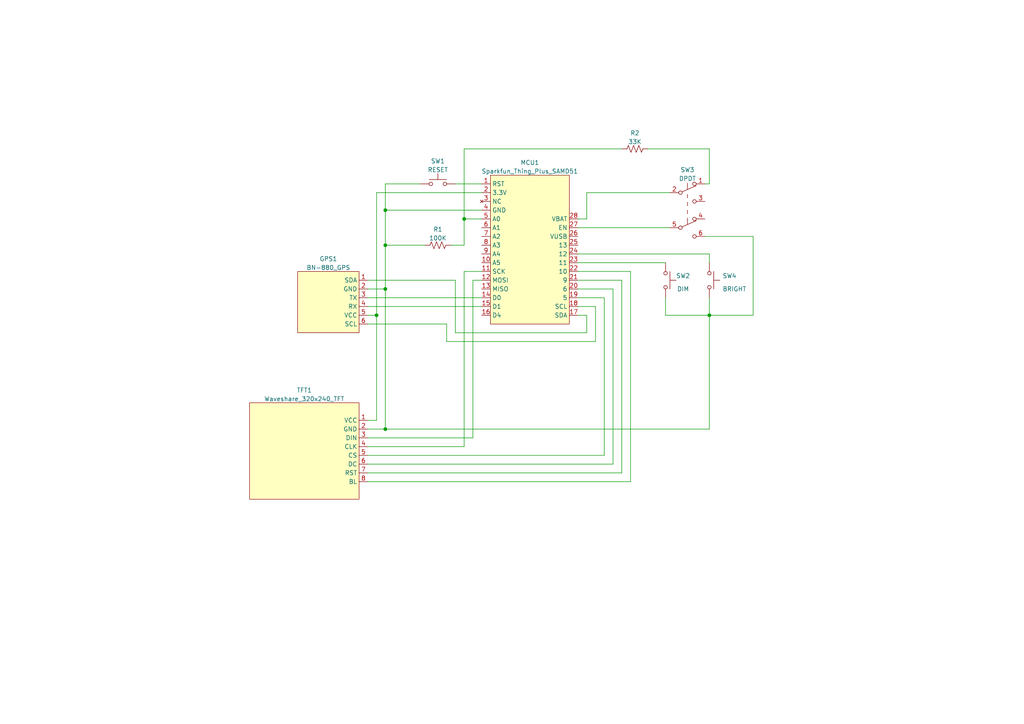
<source format=kicad_sch>
(kicad_sch (version 20211123) (generator eeschema)

  (uuid 5daf2c3c-7702-4a59-b99d-84464c054bc4)

  (paper "A4")

  (title_block
    (title "Sparkfun Thing Plus SAMD51 GPS")
    (date "2022-03-27")
    (rev "1.0")
    (comment 4 "Douglas Graham, AB9XA")
  )

  (lib_symbols
    (symbol "Device:R_US" (pin_numbers hide) (pin_names (offset 0)) (in_bom yes) (on_board yes)
      (property "Reference" "R" (id 0) (at 2.54 0 90)
        (effects (font (size 1.27 1.27)))
      )
      (property "Value" "R_US" (id 1) (at -2.54 0 90)
        (effects (font (size 1.27 1.27)))
      )
      (property "Footprint" "" (id 2) (at 1.016 -0.254 90)
        (effects (font (size 1.27 1.27)) hide)
      )
      (property "Datasheet" "~" (id 3) (at 0 0 0)
        (effects (font (size 1.27 1.27)) hide)
      )
      (property "ki_keywords" "R res resistor" (id 4) (at 0 0 0)
        (effects (font (size 1.27 1.27)) hide)
      )
      (property "ki_description" "Resistor, US symbol" (id 5) (at 0 0 0)
        (effects (font (size 1.27 1.27)) hide)
      )
      (property "ki_fp_filters" "R_*" (id 6) (at 0 0 0)
        (effects (font (size 1.27 1.27)) hide)
      )
      (symbol "R_US_0_1"
        (polyline
          (pts
            (xy 0 -2.286)
            (xy 0 -2.54)
          )
          (stroke (width 0) (type default) (color 0 0 0 0))
          (fill (type none))
        )
        (polyline
          (pts
            (xy 0 2.286)
            (xy 0 2.54)
          )
          (stroke (width 0) (type default) (color 0 0 0 0))
          (fill (type none))
        )
        (polyline
          (pts
            (xy 0 -0.762)
            (xy 1.016 -1.143)
            (xy 0 -1.524)
            (xy -1.016 -1.905)
            (xy 0 -2.286)
          )
          (stroke (width 0) (type default) (color 0 0 0 0))
          (fill (type none))
        )
        (polyline
          (pts
            (xy 0 0.762)
            (xy 1.016 0.381)
            (xy 0 0)
            (xy -1.016 -0.381)
            (xy 0 -0.762)
          )
          (stroke (width 0) (type default) (color 0 0 0 0))
          (fill (type none))
        )
        (polyline
          (pts
            (xy 0 2.286)
            (xy 1.016 1.905)
            (xy 0 1.524)
            (xy -1.016 1.143)
            (xy 0 0.762)
          )
          (stroke (width 0) (type default) (color 0 0 0 0))
          (fill (type none))
        )
      )
      (symbol "R_US_1_1"
        (pin passive line (at 0 3.81 270) (length 1.27)
          (name "~" (effects (font (size 1.27 1.27))))
          (number "1" (effects (font (size 1.27 1.27))))
        )
        (pin passive line (at 0 -3.81 90) (length 1.27)
          (name "~" (effects (font (size 1.27 1.27))))
          (number "2" (effects (font (size 1.27 1.27))))
        )
      )
    )
    (symbol "Display_Graphic:Waveshare_320x240_TFT" (in_bom yes) (on_board yes)
      (property "Reference" "TFT" (id 0) (at 0 12.7 0)
        (effects (font (size 1.27 1.27)))
      )
      (property "Value" "Waveshare_320x240_TFT" (id 1) (at 0 -17.78 0)
        (effects (font (size 1.27 1.27)))
      )
      (property "Footprint" "" (id 2) (at 0 0 0)
        (effects (font (size 1.27 1.27)) hide)
      )
      (property "Datasheet" "" (id 3) (at 0 0 0)
        (effects (font (size 1.27 1.27)) hide)
      )
      (symbol "Waveshare_320x240_TFT_0_1"
        (rectangle (start 15.24 11.43) (end -16.51 -16.51)
          (stroke (width 0.1524) (type default) (color 0 0 0 0))
          (fill (type background))
        )
      )
      (symbol "Waveshare_320x240_TFT_1_1"
        (pin passive line (at 17.78 6.35 180) (length 2.54)
          (name "VCC" (effects (font (size 1.27 1.27))))
          (number "1" (effects (font (size 1.27 1.27))))
        )
        (pin passive line (at 17.78 3.81 180) (length 2.54)
          (name "GND" (effects (font (size 1.27 1.27))))
          (number "2" (effects (font (size 1.27 1.27))))
        )
        (pin input line (at 17.78 1.27 180) (length 2.54)
          (name "DIN" (effects (font (size 1.27 1.27))))
          (number "3" (effects (font (size 1.27 1.27))))
        )
        (pin input line (at 17.78 -1.27 180) (length 2.54)
          (name "CLK" (effects (font (size 1.27 1.27))))
          (number "4" (effects (font (size 1.27 1.27))))
        )
        (pin input line (at 17.78 -3.81 180) (length 2.54)
          (name "CS" (effects (font (size 1.27 1.27))))
          (number "5" (effects (font (size 1.27 1.27))))
        )
        (pin input line (at 17.78 -6.35 180) (length 2.54)
          (name "DC" (effects (font (size 1.27 1.27))))
          (number "6" (effects (font (size 1.27 1.27))))
        )
        (pin input line (at 17.78 -8.89 180) (length 2.54)
          (name "RST" (effects (font (size 1.27 1.27))))
          (number "7" (effects (font (size 1.27 1.27))))
        )
        (pin input line (at 17.78 -11.43 180) (length 2.54)
          (name "BL" (effects (font (size 1.27 1.27))))
          (number "8" (effects (font (size 1.27 1.27))))
        )
      )
    )
    (symbol "MCU_Module:Sparkfun_Thing_Plus_SAMD51" (in_bom yes) (on_board yes)
      (property "Reference" "MCU" (id 0) (at 0 24.13 0)
        (effects (font (size 1.27 1.27)))
      )
      (property "Value" "Sparkfun_Thing_Plus_SAMD51" (id 1) (at 0 -21.59 0)
        (effects (font (size 1.27 1.27)))
      )
      (property "Footprint" "" (id 2) (at 0 0 0)
        (effects (font (size 1.27 1.27)) hide)
      )
      (property "Datasheet" "" (id 3) (at 0 0 0)
        (effects (font (size 1.27 1.27)) hide)
      )
      (symbol "Sparkfun_Thing_Plus_SAMD51_0_1"
        (rectangle (start -11.43 22.86) (end 11.43 -20.32)
          (stroke (width 0.1524) (type default) (color 0 0 0 0))
          (fill (type background))
        )
      )
      (symbol "Sparkfun_Thing_Plus_SAMD51_1_1"
        (pin input line (at -13.97 20.32 0) (length 2.54)
          (name "RST" (effects (font (size 1.27 1.27))))
          (number "1" (effects (font (size 1.27 1.27))))
        )
        (pin bidirectional line (at -13.97 -2.54 0) (length 2.54)
          (name "A5" (effects (font (size 1.27 1.27))))
          (number "10" (effects (font (size 1.27 1.27))))
        )
        (pin bidirectional line (at -13.97 -5.08 0) (length 2.54)
          (name "SCK" (effects (font (size 1.27 1.27))))
          (number "11" (effects (font (size 1.27 1.27))))
        )
        (pin bidirectional line (at -13.97 -7.62 0) (length 2.54)
          (name "MOSI" (effects (font (size 1.27 1.27))))
          (number "12" (effects (font (size 1.27 1.27))))
        )
        (pin bidirectional line (at -13.97 -10.16 0) (length 2.54)
          (name "MISO" (effects (font (size 1.27 1.27))))
          (number "13" (effects (font (size 1.27 1.27))))
        )
        (pin bidirectional line (at -13.97 -12.7 0) (length 2.54)
          (name "D0" (effects (font (size 1.27 1.27))))
          (number "14" (effects (font (size 1.27 1.27))))
        )
        (pin bidirectional line (at -13.97 -15.24 0) (length 2.54)
          (name "D1" (effects (font (size 1.27 1.27))))
          (number "15" (effects (font (size 1.27 1.27))))
        )
        (pin bidirectional line (at -13.97 -17.78 0) (length 2.54)
          (name "D4" (effects (font (size 1.27 1.27))))
          (number "16" (effects (font (size 1.27 1.27))))
        )
        (pin bidirectional line (at 13.97 -17.78 180) (length 2.54)
          (name "SDA" (effects (font (size 1.27 1.27))))
          (number "17" (effects (font (size 1.27 1.27))))
        )
        (pin bidirectional line (at 13.97 -15.24 180) (length 2.54)
          (name "SCL" (effects (font (size 1.27 1.27))))
          (number "18" (effects (font (size 1.27 1.27))))
        )
        (pin bidirectional line (at 13.97 -12.7 180) (length 2.54)
          (name "5" (effects (font (size 1.27 1.27))))
          (number "19" (effects (font (size 1.27 1.27))))
        )
        (pin power_out line (at -13.97 17.78 0) (length 2.54)
          (name "3.3V" (effects (font (size 1.27 1.27))))
          (number "2" (effects (font (size 1.27 1.27))))
        )
        (pin bidirectional line (at 13.97 -10.16 180) (length 2.54)
          (name "6" (effects (font (size 1.27 1.27))))
          (number "20" (effects (font (size 1.27 1.27))))
        )
        (pin bidirectional line (at 13.97 -7.62 180) (length 2.54)
          (name "9" (effects (font (size 1.27 1.27))))
          (number "21" (effects (font (size 1.27 1.27))))
        )
        (pin bidirectional line (at 13.97 -5.08 180) (length 2.54)
          (name "10" (effects (font (size 1.27 1.27))))
          (number "22" (effects (font (size 1.27 1.27))))
        )
        (pin bidirectional line (at 13.97 -2.54 180) (length 2.54)
          (name "11" (effects (font (size 1.27 1.27))))
          (number "23" (effects (font (size 1.27 1.27))))
        )
        (pin bidirectional line (at 13.97 0 180) (length 2.54)
          (name "12" (effects (font (size 1.27 1.27))))
          (number "24" (effects (font (size 1.27 1.27))))
        )
        (pin bidirectional line (at 13.97 2.54 180) (length 2.54)
          (name "13" (effects (font (size 1.27 1.27))))
          (number "25" (effects (font (size 1.27 1.27))))
        )
        (pin power_out line (at 13.97 5.08 180) (length 2.54)
          (name "VUSB" (effects (font (size 1.27 1.27))))
          (number "26" (effects (font (size 1.27 1.27))))
        )
        (pin input line (at 13.97 7.62 180) (length 2.54)
          (name "EN" (effects (font (size 1.27 1.27))))
          (number "27" (effects (font (size 1.27 1.27))))
        )
        (pin power_out line (at 13.97 10.16 180) (length 2.54)
          (name "VBAT" (effects (font (size 1.27 1.27))))
          (number "28" (effects (font (size 1.27 1.27))))
        )
        (pin no_connect line (at -13.97 15.24 0) (length 2.54)
          (name "NC" (effects (font (size 1.27 1.27))))
          (number "3" (effects (font (size 1.27 1.27))))
        )
        (pin passive line (at -13.97 12.7 0) (length 2.54)
          (name "GND" (effects (font (size 1.27 1.27))))
          (number "4" (effects (font (size 1.27 1.27))))
        )
        (pin bidirectional line (at -13.97 10.16 0) (length 2.54)
          (name "A0" (effects (font (size 1.27 1.27))))
          (number "5" (effects (font (size 1.27 1.27))))
        )
        (pin bidirectional line (at -13.97 7.62 0) (length 2.54)
          (name "A1" (effects (font (size 1.27 1.27))))
          (number "6" (effects (font (size 1.27 1.27))))
        )
        (pin bidirectional line (at -13.97 5.08 0) (length 2.54)
          (name "A2" (effects (font (size 1.27 1.27))))
          (number "7" (effects (font (size 1.27 1.27))))
        )
        (pin bidirectional line (at -13.97 2.54 0) (length 2.54)
          (name "A3" (effects (font (size 1.27 1.27))))
          (number "8" (effects (font (size 1.27 1.27))))
        )
        (pin bidirectional line (at -13.97 0 0) (length 2.54)
          (name "A4" (effects (font (size 1.27 1.27))))
          (number "9" (effects (font (size 1.27 1.27))))
        )
      )
    )
    (symbol "RF_Module:BN-880_GPS" (in_bom yes) (on_board yes)
      (property "Reference" "GPS" (id 0) (at 0 10.16 0)
        (effects (font (size 1.27 1.27)))
      )
      (property "Value" "BN-880_GPS" (id 1) (at 0 -10.16 0)
        (effects (font (size 1.27 1.27)))
      )
      (property "Footprint" "" (id 2) (at 2.54 0 0)
        (effects (font (size 1.27 1.27)) hide)
      )
      (property "Datasheet" "" (id 3) (at 2.54 0 0)
        (effects (font (size 1.27 1.27)) hide)
      )
      (symbol "BN-880_GPS_0_1"
        (rectangle (start 8.89 8.89) (end -8.89 -8.89)
          (stroke (width 0.1524) (type default) (color 0 0 0 0))
          (fill (type background))
        )
      )
      (symbol "BN-880_GPS_1_1"
        (pin bidirectional line (at 11.43 6.35 180) (length 2.54)
          (name "SDA" (effects (font (size 1.27 1.27))))
          (number "1" (effects (font (size 1.27 1.27))))
        )
        (pin passive line (at 11.43 3.81 180) (length 2.54)
          (name "GND" (effects (font (size 1.27 1.27))))
          (number "2" (effects (font (size 1.27 1.27))))
        )
        (pin output line (at 11.43 1.27 180) (length 2.54)
          (name "TX" (effects (font (size 1.27 1.27))))
          (number "3" (effects (font (size 1.27 1.27))))
        )
        (pin input line (at 11.43 -1.27 180) (length 2.54)
          (name "RX" (effects (font (size 1.27 1.27))))
          (number "4" (effects (font (size 1.27 1.27))))
        )
        (pin passive line (at 11.43 -3.81 180) (length 2.54)
          (name "VCC" (effects (font (size 1.27 1.27))))
          (number "5" (effects (font (size 1.27 1.27))))
        )
        (pin input line (at 11.43 -6.35 180) (length 2.54)
          (name "SCL" (effects (font (size 1.27 1.27))))
          (number "6" (effects (font (size 1.27 1.27))))
        )
      )
    )
    (symbol "Switch:SW_Push" (pin_numbers hide) (pin_names (offset 1.016) hide) (in_bom yes) (on_board yes)
      (property "Reference" "SW" (id 0) (at 1.27 2.54 0)
        (effects (font (size 1.27 1.27)) (justify left))
      )
      (property "Value" "SW_Push" (id 1) (at 0 -1.524 0)
        (effects (font (size 1.27 1.27)))
      )
      (property "Footprint" "" (id 2) (at 0 5.08 0)
        (effects (font (size 1.27 1.27)) hide)
      )
      (property "Datasheet" "~" (id 3) (at 0 5.08 0)
        (effects (font (size 1.27 1.27)) hide)
      )
      (property "ki_keywords" "switch normally-open pushbutton push-button" (id 4) (at 0 0 0)
        (effects (font (size 1.27 1.27)) hide)
      )
      (property "ki_description" "Push button switch, generic, two pins" (id 5) (at 0 0 0)
        (effects (font (size 1.27 1.27)) hide)
      )
      (symbol "SW_Push_0_1"
        (circle (center -2.032 0) (radius 0.508)
          (stroke (width 0) (type default) (color 0 0 0 0))
          (fill (type none))
        )
        (polyline
          (pts
            (xy 0 1.27)
            (xy 0 3.048)
          )
          (stroke (width 0) (type default) (color 0 0 0 0))
          (fill (type none))
        )
        (polyline
          (pts
            (xy 2.54 1.27)
            (xy -2.54 1.27)
          )
          (stroke (width 0) (type default) (color 0 0 0 0))
          (fill (type none))
        )
        (circle (center 2.032 0) (radius 0.508)
          (stroke (width 0) (type default) (color 0 0 0 0))
          (fill (type none))
        )
        (pin passive line (at -5.08 0 0) (length 2.54)
          (name "1" (effects (font (size 1.27 1.27))))
          (number "1" (effects (font (size 1.27 1.27))))
        )
        (pin passive line (at 5.08 0 180) (length 2.54)
          (name "2" (effects (font (size 1.27 1.27))))
          (number "2" (effects (font (size 1.27 1.27))))
        )
      )
    )
    (symbol "Switch:SW_Push_DPDT" (pin_names (offset 0) hide) (in_bom yes) (on_board yes)
      (property "Reference" "SW" (id 0) (at 0 8.89 0)
        (effects (font (size 1.27 1.27)))
      )
      (property "Value" "SW_Push_DPDT" (id 1) (at 0 -10.16 0)
        (effects (font (size 1.27 1.27)))
      )
      (property "Footprint" "" (id 2) (at 0 5.08 0)
        (effects (font (size 1.27 1.27)) hide)
      )
      (property "Datasheet" "~" (id 3) (at 0 5.08 0)
        (effects (font (size 1.27 1.27)) hide)
      )
      (property "ki_keywords" "switch dual-pole double-throw spdt ON-ON" (id 4) (at 0 0 0)
        (effects (font (size 1.27 1.27)) hide)
      )
      (property "ki_description" "Momentary Switch, dual pole double throw" (id 5) (at 0 0 0)
        (effects (font (size 1.27 1.27)) hide)
      )
      (symbol "SW_Push_DPDT_0_0"
        (circle (center -2.032 -5.08) (radius 0.508)
          (stroke (width 0) (type default) (color 0 0 0 0))
          (fill (type none))
        )
        (circle (center -2.032 5.08) (radius 0.508)
          (stroke (width 0) (type default) (color 0 0 0 0))
          (fill (type none))
        )
        (circle (center 2.032 -7.62) (radius 0.508)
          (stroke (width 0) (type default) (color 0 0 0 0))
          (fill (type none))
        )
        (circle (center 2.032 2.54) (radius 0.508)
          (stroke (width 0) (type default) (color 0 0 0 0))
          (fill (type none))
        )
      )
      (symbol "SW_Push_DPDT_0_1"
        (polyline
          (pts
            (xy -1.524 -4.826)
            (xy 2.54 -3.048)
          )
          (stroke (width 0) (type default) (color 0 0 0 0))
          (fill (type none))
        )
        (polyline
          (pts
            (xy -1.524 5.334)
            (xy 2.54 7.112)
          )
          (stroke (width 0) (type default) (color 0 0 0 0))
          (fill (type none))
        )
        (polyline
          (pts
            (xy 0 -2.286)
            (xy 0 -4.064)
          )
          (stroke (width 0) (type default) (color 0 0 0 0))
          (fill (type none))
        )
        (polyline
          (pts
            (xy 0 -1.016)
            (xy 0 0)
          )
          (stroke (width 0) (type default) (color 0 0 0 0))
          (fill (type none))
        )
        (polyline
          (pts
            (xy 0 1.27)
            (xy 0 2.286)
          )
          (stroke (width 0) (type default) (color 0 0 0 0))
          (fill (type none))
        )
        (polyline
          (pts
            (xy 0 3.556)
            (xy 0 4.572)
          )
          (stroke (width 0) (type default) (color 0 0 0 0))
          (fill (type none))
        )
        (polyline
          (pts
            (xy 0 7.874)
            (xy 0 6.096)
          )
          (stroke (width 0) (type default) (color 0 0 0 0))
          (fill (type none))
        )
        (circle (center 2.032 -2.54) (radius 0.508)
          (stroke (width 0) (type default) (color 0 0 0 0))
          (fill (type none))
        )
        (circle (center 2.032 7.62) (radius 0.508)
          (stroke (width 0) (type default) (color 0 0 0 0))
          (fill (type none))
        )
      )
      (symbol "SW_Push_DPDT_1_1"
        (pin passive line (at 5.08 7.62 180) (length 2.54)
          (name "A" (effects (font (size 1.27 1.27))))
          (number "1" (effects (font (size 1.27 1.27))))
        )
        (pin passive line (at -5.08 5.08 0) (length 2.54)
          (name "B" (effects (font (size 1.27 1.27))))
          (number "2" (effects (font (size 1.27 1.27))))
        )
        (pin passive line (at 5.08 2.54 180) (length 2.54)
          (name "C" (effects (font (size 1.27 1.27))))
          (number "3" (effects (font (size 1.27 1.27))))
        )
        (pin passive line (at 5.08 -2.54 180) (length 2.54)
          (name "A" (effects (font (size 1.27 1.27))))
          (number "4" (effects (font (size 1.27 1.27))))
        )
        (pin passive line (at -5.08 -5.08 0) (length 2.54)
          (name "B" (effects (font (size 1.27 1.27))))
          (number "5" (effects (font (size 1.27 1.27))))
        )
        (pin passive line (at 5.08 -7.62 180) (length 2.54)
          (name "C" (effects (font (size 1.27 1.27))))
          (number "6" (effects (font (size 1.27 1.27))))
        )
      )
    )
  )

  (junction (at 134.62 63.5) (diameter 0) (color 0 0 0 0)
    (uuid 108aa2da-72f2-4b4b-affc-4496b25294aa)
  )
  (junction (at 111.76 60.96) (diameter 0) (color 0 0 0 0)
    (uuid 1a1c285a-4275-4f03-a397-30354d5d7ef8)
  )
  (junction (at 111.76 83.82) (diameter 0) (color 0 0 0 0)
    (uuid 38bc758f-52bf-45ca-8937-7b4d6dc0708f)
  )
  (junction (at 111.76 124.46) (diameter 0) (color 0 0 0 0)
    (uuid 5f1be79d-ea3d-4fda-9f3f-a1c8be0d3862)
  )
  (junction (at 205.74 91.44) (diameter 0) (color 0 0 0 0)
    (uuid 97e8926c-c757-447d-b676-5bd52603386b)
  )
  (junction (at 111.76 71.12) (diameter 0) (color 0 0 0 0)
    (uuid a28ca65e-0871-4779-b4d7-6d7b6793a711)
  )
  (junction (at 109.22 91.44) (diameter 0) (color 0 0 0 0)
    (uuid b6fb8f22-6c22-4728-ae10-f3cd362c543b)
  )

  (wire (pts (xy 109.22 121.92) (xy 109.22 91.44))
    (stroke (width 0) (type default) (color 0 0 0 0))
    (uuid 00d765f0-72d1-4a46-a277-32a34948ff3c)
  )
  (wire (pts (xy 205.74 91.44) (xy 193.04 91.44))
    (stroke (width 0) (type default) (color 0 0 0 0))
    (uuid 010d0698-f630-475a-a66f-7fb9b12885b1)
  )
  (wire (pts (xy 111.76 53.34) (xy 111.76 60.96))
    (stroke (width 0) (type default) (color 0 0 0 0))
    (uuid 07239419-10aa-425a-86fb-b9352ad0cf42)
  )
  (wire (pts (xy 167.64 66.04) (xy 194.31 66.04))
    (stroke (width 0) (type default) (color 0 0 0 0))
    (uuid 09753337-2740-4093-be20-cc052dd47d77)
  )
  (wire (pts (xy 172.72 99.06) (xy 172.72 88.9))
    (stroke (width 0) (type default) (color 0 0 0 0))
    (uuid 113972ff-abbe-4f39-813e-487def0a1806)
  )
  (wire (pts (xy 177.8 134.62) (xy 106.68 134.62))
    (stroke (width 0) (type default) (color 0 0 0 0))
    (uuid 18834d27-8a73-4f09-bb36-34e6b9bce184)
  )
  (wire (pts (xy 137.16 81.28) (xy 139.7 81.28))
    (stroke (width 0) (type default) (color 0 0 0 0))
    (uuid 1a1305d2-e33f-4967-95d7-3376c14fea30)
  )
  (wire (pts (xy 167.64 63.5) (xy 170.18 63.5))
    (stroke (width 0) (type default) (color 0 0 0 0))
    (uuid 20924f87-1b0a-44c7-a930-2c21bc6a6576)
  )
  (wire (pts (xy 121.92 53.34) (xy 111.76 53.34))
    (stroke (width 0) (type default) (color 0 0 0 0))
    (uuid 2197c2e4-ab1a-495e-bd71-af8033c0b5ce)
  )
  (wire (pts (xy 167.64 88.9) (xy 172.72 88.9))
    (stroke (width 0) (type default) (color 0 0 0 0))
    (uuid 22a0e46b-7235-477a-93d6-b39b579041ff)
  )
  (wire (pts (xy 111.76 124.46) (xy 106.68 124.46))
    (stroke (width 0) (type default) (color 0 0 0 0))
    (uuid 23c08a0b-39ff-4b96-984c-fc5401d14dec)
  )
  (wire (pts (xy 111.76 124.46) (xy 205.74 124.46))
    (stroke (width 0) (type default) (color 0 0 0 0))
    (uuid 24a30dc8-efe8-4244-824a-93b0bc80a5d3)
  )
  (wire (pts (xy 175.26 132.08) (xy 175.26 86.36))
    (stroke (width 0) (type default) (color 0 0 0 0))
    (uuid 2925aaeb-5314-458b-8e81-b4e5e9c995b3)
  )
  (wire (pts (xy 175.26 86.36) (xy 167.64 86.36))
    (stroke (width 0) (type default) (color 0 0 0 0))
    (uuid 2c191b11-4bc1-4e48-9dd7-317ad642ae9d)
  )
  (wire (pts (xy 167.64 83.82) (xy 177.8 83.82))
    (stroke (width 0) (type default) (color 0 0 0 0))
    (uuid 2e24c1b9-b90d-499c-ad44-d8ca2453b9b2)
  )
  (wire (pts (xy 134.62 129.54) (xy 106.68 129.54))
    (stroke (width 0) (type default) (color 0 0 0 0))
    (uuid 3a566bb6-6d2a-4859-811d-333dfe4c5f1a)
  )
  (wire (pts (xy 129.54 93.98) (xy 129.54 99.06))
    (stroke (width 0) (type default) (color 0 0 0 0))
    (uuid 3f0c8601-aea2-4540-ac86-6b0c64018d08)
  )
  (wire (pts (xy 129.54 99.06) (xy 172.72 99.06))
    (stroke (width 0) (type default) (color 0 0 0 0))
    (uuid 41550057-7b02-4c7b-a3ff-8cffd09aa1d2)
  )
  (wire (pts (xy 218.44 91.44) (xy 218.44 68.58))
    (stroke (width 0) (type default) (color 0 0 0 0))
    (uuid 428eaef5-a371-4949-8bd6-e184f3164c95)
  )
  (wire (pts (xy 111.76 71.12) (xy 123.19 71.12))
    (stroke (width 0) (type default) (color 0 0 0 0))
    (uuid 46f2edea-6187-4557-80e7-c50d7f49b732)
  )
  (wire (pts (xy 180.34 137.16) (xy 180.34 81.28))
    (stroke (width 0) (type default) (color 0 0 0 0))
    (uuid 4d038221-7961-460d-b699-72e489910821)
  )
  (wire (pts (xy 134.62 71.12) (xy 130.81 71.12))
    (stroke (width 0) (type default) (color 0 0 0 0))
    (uuid 4f217c93-4419-43bf-9729-9faefdbb896e)
  )
  (wire (pts (xy 167.64 73.66) (xy 205.74 73.66))
    (stroke (width 0) (type default) (color 0 0 0 0))
    (uuid 5470fd75-909e-4d65-924a-e9bb0e191985)
  )
  (wire (pts (xy 180.34 43.18) (xy 134.62 43.18))
    (stroke (width 0) (type default) (color 0 0 0 0))
    (uuid 54bea7d9-3d6c-4947-ace8-17568d609ac2)
  )
  (wire (pts (xy 180.34 81.28) (xy 167.64 81.28))
    (stroke (width 0) (type default) (color 0 0 0 0))
    (uuid 5d63a290-05ce-4db0-8706-b8c60a10a42f)
  )
  (wire (pts (xy 182.88 78.74) (xy 182.88 139.7))
    (stroke (width 0) (type default) (color 0 0 0 0))
    (uuid 5f4fdeb6-58a0-4183-8ffe-da86e41d4663)
  )
  (wire (pts (xy 205.74 43.18) (xy 205.74 53.34))
    (stroke (width 0) (type default) (color 0 0 0 0))
    (uuid 6028b73a-98ee-403e-a309-1b0d9c1699cb)
  )
  (wire (pts (xy 134.62 63.5) (xy 134.62 71.12))
    (stroke (width 0) (type default) (color 0 0 0 0))
    (uuid 63d71ef3-94cc-4e29-810f-9904a69cf288)
  )
  (wire (pts (xy 218.44 68.58) (xy 204.47 68.58))
    (stroke (width 0) (type default) (color 0 0 0 0))
    (uuid 65fa0186-5cd0-4e69-96ea-cfaa38c9c3df)
  )
  (wire (pts (xy 106.68 127) (xy 137.16 127))
    (stroke (width 0) (type default) (color 0 0 0 0))
    (uuid 6e4ce60d-3d23-4e18-aca3-3b6f70eb365d)
  )
  (wire (pts (xy 106.68 86.36) (xy 139.7 86.36))
    (stroke (width 0) (type default) (color 0 0 0 0))
    (uuid 70ebf81f-3ec1-4ada-9dcc-ff69e2d0c952)
  )
  (wire (pts (xy 106.68 91.44) (xy 109.22 91.44))
    (stroke (width 0) (type default) (color 0 0 0 0))
    (uuid 724b1ab5-c629-4ee3-9120-a6c1b7f336b6)
  )
  (wire (pts (xy 170.18 55.88) (xy 194.31 55.88))
    (stroke (width 0) (type default) (color 0 0 0 0))
    (uuid 73fa5ee4-6fa9-42e9-9214-aa84af97f3aa)
  )
  (wire (pts (xy 106.68 132.08) (xy 175.26 132.08))
    (stroke (width 0) (type default) (color 0 0 0 0))
    (uuid 75fc2f63-242c-46a0-84d2-f754e004feb2)
  )
  (wire (pts (xy 109.22 91.44) (xy 109.22 55.88))
    (stroke (width 0) (type default) (color 0 0 0 0))
    (uuid 77fa49a3-3b70-44be-a12b-1df485ca0fa3)
  )
  (wire (pts (xy 134.62 78.74) (xy 134.62 129.54))
    (stroke (width 0) (type default) (color 0 0 0 0))
    (uuid 8427dc40-fc91-401c-84cf-daaf934df154)
  )
  (wire (pts (xy 111.76 83.82) (xy 111.76 124.46))
    (stroke (width 0) (type default) (color 0 0 0 0))
    (uuid 8b51c2eb-ada2-4496-8967-b4ff1676fc4d)
  )
  (wire (pts (xy 205.74 91.44) (xy 205.74 124.46))
    (stroke (width 0) (type default) (color 0 0 0 0))
    (uuid 90bbafa4-5e5f-4b91-9062-bdadb855049c)
  )
  (wire (pts (xy 170.18 96.52) (xy 170.18 91.44))
    (stroke (width 0) (type default) (color 0 0 0 0))
    (uuid 953db85b-f251-4fac-8eb1-bb5c23db63a9)
  )
  (wire (pts (xy 182.88 139.7) (xy 106.68 139.7))
    (stroke (width 0) (type default) (color 0 0 0 0))
    (uuid 95f0f287-fb3d-479a-bb0e-791377b0c231)
  )
  (wire (pts (xy 106.68 93.98) (xy 129.54 93.98))
    (stroke (width 0) (type default) (color 0 0 0 0))
    (uuid a409b117-fd76-45f9-8513-ad59c86f7b88)
  )
  (wire (pts (xy 167.64 76.2) (xy 193.04 76.2))
    (stroke (width 0) (type default) (color 0 0 0 0))
    (uuid a5ef1a04-066d-40c7-8253-7db29983563a)
  )
  (wire (pts (xy 109.22 55.88) (xy 139.7 55.88))
    (stroke (width 0) (type default) (color 0 0 0 0))
    (uuid aabd85e8-63e6-40ec-a64d-697c0fb503c4)
  )
  (wire (pts (xy 106.68 88.9) (xy 139.7 88.9))
    (stroke (width 0) (type default) (color 0 0 0 0))
    (uuid ab7d1e79-7845-4ebf-a49d-c523666c7e3f)
  )
  (wire (pts (xy 177.8 83.82) (xy 177.8 134.62))
    (stroke (width 0) (type default) (color 0 0 0 0))
    (uuid ae1b5506-a6a3-4358-880e-67821f59aca7)
  )
  (wire (pts (xy 111.76 71.12) (xy 111.76 83.82))
    (stroke (width 0) (type default) (color 0 0 0 0))
    (uuid b8ca05a0-17d5-4df8-adf1-3fdb2a3c5985)
  )
  (wire (pts (xy 137.16 127) (xy 137.16 81.28))
    (stroke (width 0) (type default) (color 0 0 0 0))
    (uuid bb926485-b91e-4343-8b87-e6a4aba8f3c9)
  )
  (wire (pts (xy 106.68 81.28) (xy 132.08 81.28))
    (stroke (width 0) (type default) (color 0 0 0 0))
    (uuid c2a54c33-1d01-4bf3-8fd7-5fb3e648513d)
  )
  (wire (pts (xy 205.74 73.66) (xy 205.74 76.2))
    (stroke (width 0) (type default) (color 0 0 0 0))
    (uuid c37427b1-74c1-4a3e-bde2-c5e37176934a)
  )
  (wire (pts (xy 204.47 53.34) (xy 205.74 53.34))
    (stroke (width 0) (type default) (color 0 0 0 0))
    (uuid c4fc60f5-8095-4e75-8e95-bbe6885e2963)
  )
  (wire (pts (xy 134.62 43.18) (xy 134.62 63.5))
    (stroke (width 0) (type default) (color 0 0 0 0))
    (uuid c5b56ae2-c7bb-4f0c-9c03-2c1ed902908b)
  )
  (wire (pts (xy 193.04 91.44) (xy 193.04 86.36))
    (stroke (width 0) (type default) (color 0 0 0 0))
    (uuid c696eedf-c475-45be-826e-1ca736c21d2e)
  )
  (wire (pts (xy 106.68 83.82) (xy 111.76 83.82))
    (stroke (width 0) (type default) (color 0 0 0 0))
    (uuid cb9e99f7-49c0-4822-912b-fff9a482c8e4)
  )
  (wire (pts (xy 139.7 63.5) (xy 134.62 63.5))
    (stroke (width 0) (type default) (color 0 0 0 0))
    (uuid cebb50e0-3191-4e79-adfd-cc42aec2d50b)
  )
  (wire (pts (xy 132.08 53.34) (xy 139.7 53.34))
    (stroke (width 0) (type default) (color 0 0 0 0))
    (uuid d8680a63-b4b0-4ced-83d5-55db734b8600)
  )
  (wire (pts (xy 170.18 63.5) (xy 170.18 55.88))
    (stroke (width 0) (type default) (color 0 0 0 0))
    (uuid e14cbd04-14d7-4601-9cdb-aa4d965e2902)
  )
  (wire (pts (xy 139.7 78.74) (xy 134.62 78.74))
    (stroke (width 0) (type default) (color 0 0 0 0))
    (uuid e2af5ca2-75c2-4690-9727-f1b84a76d48c)
  )
  (wire (pts (xy 139.7 60.96) (xy 111.76 60.96))
    (stroke (width 0) (type default) (color 0 0 0 0))
    (uuid e4ec72f0-89a8-409a-8ec2-0e7c80d61371)
  )
  (wire (pts (xy 111.76 60.96) (xy 111.76 71.12))
    (stroke (width 0) (type default) (color 0 0 0 0))
    (uuid eaaeaa87-50f2-4ea8-922e-90b053aee420)
  )
  (wire (pts (xy 205.74 43.18) (xy 187.96 43.18))
    (stroke (width 0) (type default) (color 0 0 0 0))
    (uuid ec86bef3-08b1-4c1d-a02b-c4da4aef0b12)
  )
  (wire (pts (xy 205.74 86.36) (xy 205.74 91.44))
    (stroke (width 0) (type default) (color 0 0 0 0))
    (uuid ef5948c8-bf14-4808-b3bb-d230b8850230)
  )
  (wire (pts (xy 205.74 91.44) (xy 218.44 91.44))
    (stroke (width 0) (type default) (color 0 0 0 0))
    (uuid f499d1b5-68bf-488f-8bd5-9a4a0bf21209)
  )
  (wire (pts (xy 132.08 96.52) (xy 170.18 96.52))
    (stroke (width 0) (type default) (color 0 0 0 0))
    (uuid f5ea3261-ff43-4f39-a947-1df26cffcc53)
  )
  (wire (pts (xy 106.68 137.16) (xy 180.34 137.16))
    (stroke (width 0) (type default) (color 0 0 0 0))
    (uuid f7594ae3-7c19-4285-9b5e-9463fdceb540)
  )
  (wire (pts (xy 170.18 91.44) (xy 167.64 91.44))
    (stroke (width 0) (type default) (color 0 0 0 0))
    (uuid f7c9b71a-b966-4208-940d-f09f8b3acd48)
  )
  (wire (pts (xy 106.68 121.92) (xy 109.22 121.92))
    (stroke (width 0) (type default) (color 0 0 0 0))
    (uuid fd5790b4-d747-4b84-ba3c-31ef04260501)
  )
  (wire (pts (xy 132.08 81.28) (xy 132.08 96.52))
    (stroke (width 0) (type default) (color 0 0 0 0))
    (uuid fd7fefe7-b154-4868-b2f9-56ea99c4f1af)
  )
  (wire (pts (xy 167.64 78.74) (xy 182.88 78.74))
    (stroke (width 0) (type default) (color 0 0 0 0))
    (uuid fe8633ba-47f1-4a12-8f5b-6914da0daaab)
  )

  (symbol (lib_id "MCU_Module:Sparkfun_Thing_Plus_SAMD51") (at 153.67 73.66 0) (unit 1)
    (in_bom yes) (on_board yes) (fields_autoplaced)
    (uuid 478d195b-0207-4d0b-b062-3d8c2daef7de)
    (property "Reference" "MCU1" (id 0) (at 153.67 47.151 0))
    (property "Value" "Sparkfun_Thing_Plus_SAMD51" (id 1) (at 153.67 49.6879 0))
    (property "Footprint" "" (id 2) (at 153.67 73.66 0)
      (effects (font (size 1.27 1.27)) hide)
    )
    (property "Datasheet" "" (id 3) (at 153.67 73.66 0)
      (effects (font (size 1.27 1.27)) hide)
    )
    (pin "1" (uuid caea1274-4a69-4e76-87fa-5988e3546e2c))
    (pin "10" (uuid 65a94dd6-f1e1-4d1b-b02b-23c1bbb389a2))
    (pin "11" (uuid 3e3eddf4-3c82-4c19-995c-89c81466a48f))
    (pin "12" (uuid 308a9914-e37c-47ad-8494-50c7e87b14b4))
    (pin "13" (uuid 4418e276-38c3-4d77-b080-387e545e7d66))
    (pin "14" (uuid d9d3d2ef-ed51-4404-ac6a-db06eb172251))
    (pin "15" (uuid 96b81b4a-6437-4627-b98c-29fc22787e20))
    (pin "16" (uuid 76357a4a-7565-43bb-bff9-8467e13141d3))
    (pin "17" (uuid a4791ba1-ae9e-46cc-9438-925ce1aedecd))
    (pin "18" (uuid 23b8953e-6a28-4ec9-9764-02cc2ef882b2))
    (pin "19" (uuid f2cdd486-af51-4dc9-9450-3caca7e1e7c8))
    (pin "2" (uuid a29f9515-4713-400f-b3aa-958b5b88ffa3))
    (pin "20" (uuid 67d8b3b3-9dc4-43cf-bf2c-3481df48c88b))
    (pin "21" (uuid ea04fcb1-2365-408c-9844-251a50ffd520))
    (pin "22" (uuid 587dc09a-40c8-4025-9331-4acdad96e665))
    (pin "23" (uuid 6528d66d-43ac-482a-baab-dc250caaeb08))
    (pin "24" (uuid 47e0ce6b-01ca-41e7-bbaf-3638d5166bb1))
    (pin "25" (uuid 95485e7f-f9b1-42a2-9062-64a76fa50a08))
    (pin "26" (uuid 9c166dcd-09d9-452b-8cc5-9ec3ea9defab))
    (pin "27" (uuid 295e1aed-dad6-42ad-b9e8-19f8a98c0e2b))
    (pin "28" (uuid 62149993-2187-4a03-8393-03c3813b1a54))
    (pin "3" (uuid 1fed1ac4-c748-4ae6-afc2-347ad55a1634))
    (pin "4" (uuid 9d85511f-ab63-4cc1-aa05-23df6dbcde76))
    (pin "5" (uuid efe0a991-fd0b-407c-9277-e48e822fcf5e))
    (pin "6" (uuid 1e573801-8ca7-430b-abb7-0ed17bef25cb))
    (pin "7" (uuid 28f6fb1f-d9a6-4377-952b-5f9ff067dcf8))
    (pin "8" (uuid 43c681fe-fc09-4742-bcef-8f15d8219a44))
    (pin "9" (uuid 3a706e4b-2c4b-4663-857a-39229d329e20))
  )

  (symbol (lib_id "RF_Module:BN-880_GPS") (at 95.25 87.63 0) (unit 1)
    (in_bom yes) (on_board yes) (fields_autoplaced)
    (uuid 47ac320b-b7ec-4510-8354-29abe9c244e5)
    (property "Reference" "GPS1" (id 0) (at 95.25 75.091 0))
    (property "Value" "BN-880_GPS" (id 1) (at 95.25 77.6279 0))
    (property "Footprint" "" (id 2) (at 97.79 87.63 0)
      (effects (font (size 1.27 1.27)) hide)
    )
    (property "Datasheet" "" (id 3) (at 97.79 87.63 0)
      (effects (font (size 1.27 1.27)) hide)
    )
    (pin "1" (uuid 537aed56-39b6-4d5e-b5f7-89b089605869))
    (pin "2" (uuid 601b28ce-017c-46e6-a8c7-65922779b42e))
    (pin "3" (uuid 4aba447d-3fa0-4ac6-9ccb-d32ebb21dac3))
    (pin "4" (uuid 434b1184-f79d-4817-89b8-e431402e88a9))
    (pin "5" (uuid b43cb50f-42a3-4213-acb0-dc3de305df29))
    (pin "6" (uuid 0dadb9c8-2d5b-415f-a2eb-6ef0b3b82154))
  )

  (symbol (lib_id "Device:R_US") (at 127 71.12 90) (unit 1)
    (in_bom yes) (on_board yes) (fields_autoplaced)
    (uuid 77415ce4-0bad-4b58-95b8-f42b766559f9)
    (property "Reference" "R1" (id 0) (at 127 66.5312 90))
    (property "Value" "100K" (id 1) (at 127 69.0681 90))
    (property "Footprint" "" (id 2) (at 127.254 70.104 90)
      (effects (font (size 1.27 1.27)) hide)
    )
    (property "Datasheet" "~" (id 3) (at 127 71.12 0)
      (effects (font (size 1.27 1.27)) hide)
    )
    (pin "1" (uuid 5535c215-52d8-40a5-a5b5-c089b99256fb))
    (pin "2" (uuid 7ad2d7c2-7de0-418c-bcbd-f114647e3053))
  )

  (symbol (lib_id "Switch:SW_Push") (at 193.04 81.28 270) (unit 1)
    (in_bom yes) (on_board yes)
    (uuid 7aacf566-e10e-4c4a-97b2-58f204396e3a)
    (property "Reference" "SW2" (id 0) (at 198.12 80.01 90))
    (property "Value" "DIM" (id 1) (at 198.12 83.82 90))
    (property "Footprint" "" (id 2) (at 198.12 81.28 0)
      (effects (font (size 1.27 1.27)) hide)
    )
    (property "Datasheet" "~" (id 3) (at 198.12 81.28 0)
      (effects (font (size 1.27 1.27)) hide)
    )
    (pin "1" (uuid d6255d3d-5ba7-473b-ba9e-645e6581ff68))
    (pin "2" (uuid 5081aae1-45ab-47dd-b573-22e3b25308a7))
  )

  (symbol (lib_id "Switch:SW_Push") (at 205.74 81.28 270) (unit 1)
    (in_bom yes) (on_board yes)
    (uuid a78e620a-ba4a-4a2f-9fb7-1d43cd966451)
    (property "Reference" "SW4" (id 0) (at 209.55 80.01 90)
      (effects (font (size 1.27 1.27)) (justify left))
    )
    (property "Value" "BRIGHT" (id 1) (at 209.55 83.82 90)
      (effects (font (size 1.27 1.27)) (justify left))
    )
    (property "Footprint" "" (id 2) (at 210.82 81.28 0)
      (effects (font (size 1.27 1.27)) hide)
    )
    (property "Datasheet" "~" (id 3) (at 210.82 81.28 0)
      (effects (font (size 1.27 1.27)) hide)
    )
    (pin "1" (uuid 0832d20e-0bd1-4d7f-879a-131d3c9eae1f))
    (pin "2" (uuid 49a482dd-5eca-4b76-a000-5cbe4ea85c40))
  )

  (symbol (lib_id "Display_Graphic:Waveshare_320x240_TFT") (at 88.9 128.27 0) (unit 1)
    (in_bom yes) (on_board yes) (fields_autoplaced)
    (uuid b2c95195-f8b6-419d-808f-3d3d11970771)
    (property "Reference" "TFT1" (id 0) (at 88.265 113.191 0))
    (property "Value" "Waveshare_320x240_TFT" (id 1) (at 88.265 115.7279 0))
    (property "Footprint" "" (id 2) (at 88.9 128.27 0)
      (effects (font (size 1.27 1.27)) hide)
    )
    (property "Datasheet" "" (id 3) (at 88.9 128.27 0)
      (effects (font (size 1.27 1.27)) hide)
    )
    (pin "1" (uuid 655d50db-d7e2-4019-95eb-e254a478e182))
    (pin "2" (uuid 7fe74f9c-c88a-4981-9be8-8c3c8f1dc03b))
    (pin "3" (uuid 727c40da-11bc-4afe-8729-98b35ee414c3))
    (pin "4" (uuid 9ac2c074-0401-4408-9256-46b45433975e))
    (pin "5" (uuid ddfed69c-ca72-48f5-a73e-3ba6ea83fd2a))
    (pin "6" (uuid b9d83839-2e1e-431a-ae5b-c4d6c5229d33))
    (pin "7" (uuid 149adcf5-0a2f-482c-bd75-d3607b3209e0))
    (pin "8" (uuid d1fc24cd-c57e-4b89-ac0e-18a118b29e14))
  )

  (symbol (lib_id "Switch:SW_Push_DPDT") (at 199.39 60.96 0) (unit 1)
    (in_bom yes) (on_board yes) (fields_autoplaced)
    (uuid c0f290ed-5ff4-497d-a03e-1a88477efa59)
    (property "Reference" "SW3" (id 0) (at 199.39 49.2592 0))
    (property "Value" "DPDT" (id 1) (at 199.39 51.7961 0))
    (property "Footprint" "" (id 2) (at 199.39 55.88 0)
      (effects (font (size 1.27 1.27)) hide)
    )
    (property "Datasheet" "~" (id 3) (at 199.39 55.88 0)
      (effects (font (size 1.27 1.27)) hide)
    )
    (pin "1" (uuid a4bafe25-9526-47fa-9edc-9ec9c0bc7c09))
    (pin "2" (uuid 2bbaad28-b9c3-4add-a778-7cdc13266719))
    (pin "3" (uuid 52027cd4-5dd6-4a08-ac8f-235870ef25af))
    (pin "4" (uuid 8f00679d-913f-470b-9e4b-ded94ebc497e))
    (pin "5" (uuid b3d48f24-afd6-4bd6-ae7b-fbbf880dbc2e))
    (pin "6" (uuid fb04c63b-0ea7-48a2-97d6-6a3ac3993fbb))
  )

  (symbol (lib_id "Device:R_US") (at 184.15 43.18 90) (unit 1)
    (in_bom yes) (on_board yes) (fields_autoplaced)
    (uuid f68bc535-36a1-43b2-b5e7-08c712dfb0b8)
    (property "Reference" "R2" (id 0) (at 184.15 38.5912 90))
    (property "Value" "33K" (id 1) (at 184.15 41.1281 90))
    (property "Footprint" "" (id 2) (at 184.404 42.164 90)
      (effects (font (size 1.27 1.27)) hide)
    )
    (property "Datasheet" "~" (id 3) (at 184.15 43.18 0)
      (effects (font (size 1.27 1.27)) hide)
    )
    (pin "1" (uuid 0a53322f-1d1d-4cdd-a9ab-1836016500e7))
    (pin "2" (uuid 70a1fb0e-4cc2-4a85-a041-c51f56513aeb))
  )

  (symbol (lib_id "Switch:SW_Push") (at 127 53.34 0) (unit 1)
    (in_bom yes) (on_board yes) (fields_autoplaced)
    (uuid f96476ea-2d3a-470d-bd40-b5b7552b4950)
    (property "Reference" "SW1" (id 0) (at 127 46.7192 0))
    (property "Value" "RESET" (id 1) (at 127 49.2561 0))
    (property "Footprint" "" (id 2) (at 127 48.26 0)
      (effects (font (size 1.27 1.27)) hide)
    )
    (property "Datasheet" "~" (id 3) (at 127 48.26 0)
      (effects (font (size 1.27 1.27)) hide)
    )
    (pin "1" (uuid 61d98f20-b81b-4d3f-9726-a1d96754dc6f))
    (pin "2" (uuid afa86f8a-de58-435d-bff8-7aab493e9eab))
  )

  (sheet_instances
    (path "/" (page "1"))
  )

  (symbol_instances
    (path "/47ac320b-b7ec-4510-8354-29abe9c244e5"
      (reference "GPS1") (unit 1) (value "BN-880_GPS") (footprint "")
    )
    (path "/478d195b-0207-4d0b-b062-3d8c2daef7de"
      (reference "MCU1") (unit 1) (value "Sparkfun_Thing_Plus_SAMD51") (footprint "")
    )
    (path "/77415ce4-0bad-4b58-95b8-f42b766559f9"
      (reference "R1") (unit 1) (value "100K") (footprint "")
    )
    (path "/f68bc535-36a1-43b2-b5e7-08c712dfb0b8"
      (reference "R2") (unit 1) (value "33K") (footprint "")
    )
    (path "/f96476ea-2d3a-470d-bd40-b5b7552b4950"
      (reference "SW1") (unit 1) (value "RESET") (footprint "")
    )
    (path "/7aacf566-e10e-4c4a-97b2-58f204396e3a"
      (reference "SW2") (unit 1) (value "DIM") (footprint "")
    )
    (path "/c0f290ed-5ff4-497d-a03e-1a88477efa59"
      (reference "SW3") (unit 1) (value "DPDT") (footprint "")
    )
    (path "/a78e620a-ba4a-4a2f-9fb7-1d43cd966451"
      (reference "SW4") (unit 1) (value "BRIGHT") (footprint "")
    )
    (path "/b2c95195-f8b6-419d-808f-3d3d11970771"
      (reference "TFT1") (unit 1) (value "Waveshare_320x240_TFT") (footprint "")
    )
  )
)

</source>
